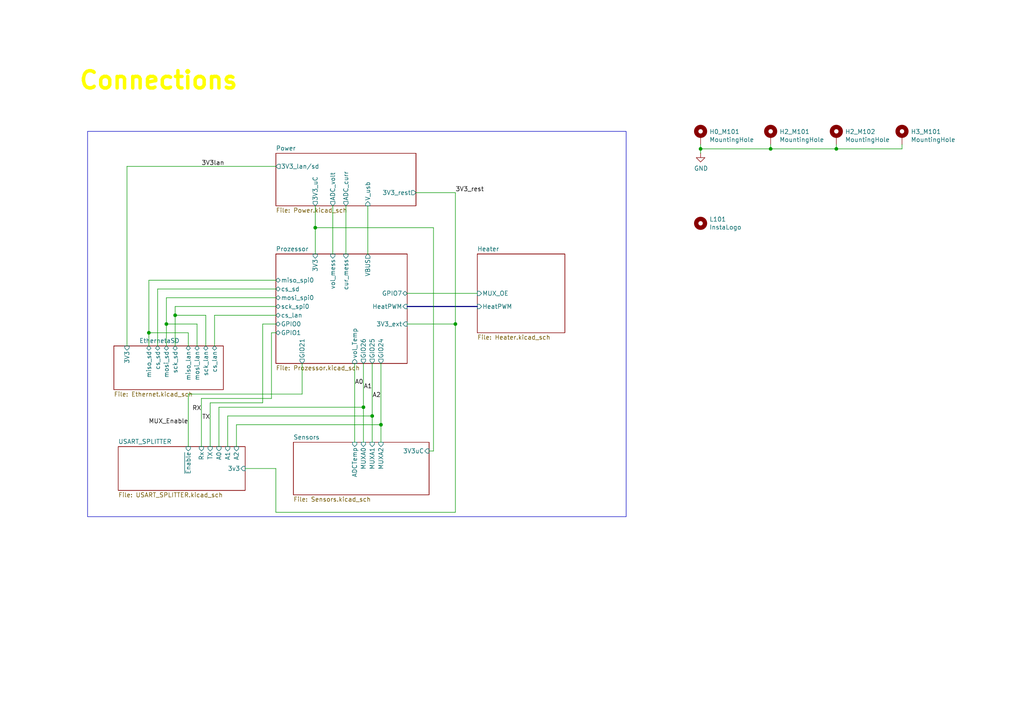
<source format=kicad_sch>
(kicad_sch (version 20231120) (generator "eeschema") (generator_version "8.0")
  (paper "A4")
  (lib_symbols
    (symbol "SymbolsBalloonv4:GND" (power) (pin_numbers hide) (pin_names (offset 0) hide)
      (property "Value" "GND" (at 0 -3.81 0))
      (symbol "GND_0_1"
        (polyline (pts (xy 0 0) (xy 0 -1.27) (xy 1.27 -1.27) (xy 0 -2.54) (xy -1.27 -1.27) (xy 0 -1.27)))
      )
      (symbol "GND_1_1"
        (pin power_in line (at 0 0 270) (length 0) (name "~") (number "1"))
      )
    )
    (symbol "SymbolsBalloonv4:MountingHole" (pin_names (offset 1.016))
      (property "Reference" "H" (at 0 5.08 0))
      (property "Value" "MountingHole" (at 0 3.175 0))
      (symbol "MountingHole_0_1"
        (circle (center 0 0) (radius 1.27) (stroke (width 1.27)))
      )
    )
    (symbol "SymbolsBalloonv4:MountingHole_Pad" (pin_numbers hide) (pin_names (offset 1.016) hide)
      (property "Reference" "H" (at 0 6.35 0))
      (property "Value" "MountingHole_Pad" (at 0 4.445 0))
      (symbol "MountingHole_Pad_0_1"
        (circle (center 0 1.27) (radius 1.27) (stroke (width 1.27)))
      )
      (symbol "MountingHole_Pad_1_1"
        (pin input line (at 0 -2.54 90) (length 2.54) (name "1") (number "1"))
      )
    )
  )
  (junction (at 43.18 96.52))
  (junction (at 105.41 118.11))
  (junction (at 48.26 93.98))
  (junction (at 242.57 43.18))
  (junction (at 91.44 66.04))
  (junction (at 107.95 120.65))
  (junction (at 50.8 91.44))
  (junction (at 132.08 93.98))
  (junction (at 110.49 123.19))
  (junction (at 203.2 43.18))
  (junction (at 223.52 43.18))
  (wire (pts (xy 48.26 86.36) (xy 80.01 86.36)))
  (wire (pts (xy 223.52 43.18) (xy 223.52 41.91)))
  (wire (pts (xy 48.26 93.98) (xy 57.15 93.98)))
  (wire (pts (xy 100.33 59.69) (xy 100.33 73.66)))
  (wire (pts (xy 76.2 93.98) (xy 76.2 116.84)))
  (wire (pts (xy 110.49 105.41) (xy 110.49 123.19)))
  (wire (pts (xy 96.52 59.69) (xy 96.52 73.66)))
  (wire (pts (xy 203.2 43.18) (xy 203.2 41.91)))
  (wire (pts (xy 80.01 96.52) (xy 78.74 96.52)))
  (wire (pts (xy 110.49 123.19) (xy 110.49 128.27)))
  (wire (pts (xy 50.8 88.9) (xy 80.01 88.9)))
  (wire (pts (xy 62.23 91.44) (xy 80.01 91.44)))
  (wire (pts (xy 125.73 130.81) (xy 125.73 66.04)))
  (wire (pts (xy 43.18 81.28) (xy 43.18 96.52)))
  (wire (pts (xy 71.12 135.89) (xy 80.01 135.89)))
  (wire (pts (xy 203.2 43.18) (xy 223.52 43.18)))
  (wire (pts (xy 261.62 43.18) (xy 261.62 41.91)))
  (wire (pts (xy 203.2 44.45) (xy 203.2 43.18)))
  (wire (pts (xy 63.5 118.11) (xy 105.41 118.11)))
  (wire (pts (xy 242.57 43.18) (xy 261.62 43.18)))
  (wire (pts (xy 242.57 43.18) (xy 242.57 41.91)))
  (wire (pts (xy 50.8 88.9) (xy 50.8 91.44)))
  (wire (pts (xy 120.65 55.88) (xy 132.08 55.88)))
  (wire (pts (xy 58.42 115.57) (xy 58.42 129.54)))
  (wire (pts (xy 54.61 100.33) (xy 54.61 96.52)))
  (wire (pts (xy 68.58 123.19) (xy 110.49 123.19)))
  (wire (pts (xy 223.52 43.18) (xy 242.57 43.18)))
  (wire (pts (xy 80.01 148.59) (xy 132.08 148.59)))
  (wire (pts (xy 102.87 105.41) (xy 102.87 128.27)))
  (wire (pts (xy 45.72 83.82) (xy 80.01 83.82)))
  (wire (pts (xy 36.83 48.26) (xy 36.83 100.33)))
  (wire (pts (xy 91.44 66.04) (xy 91.44 73.66)))
  (wire (pts (xy 58.42 115.57) (xy 78.74 115.57)))
  (wire (pts (xy 87.63 114.3) (xy 87.63 105.41)))
  (wire (pts (xy 78.74 96.52) (xy 78.74 115.57)))
  (wire (pts (xy 62.23 100.33) (xy 62.23 91.44)))
  (wire (pts (xy 54.61 96.52) (xy 43.18 96.52)))
  (wire (pts (xy 60.96 116.84) (xy 60.96 129.54)))
  (wire (pts (xy 124.46 130.81) (xy 125.73 130.81)))
  (wire (pts (xy 59.69 100.33) (xy 59.69 91.44)))
  (wire (pts (xy 125.73 66.04) (xy 91.44 66.04)))
  (wire (pts (xy 59.69 91.44) (xy 50.8 91.44)))
  (wire (pts (xy 66.04 120.65) (xy 107.95 120.65)))
  (wire (pts (xy 43.18 96.52) (xy 43.18 100.33)))
  (wire (pts (xy 63.5 118.11) (xy 63.5 129.54)))
  (bus (pts (xy 118.11 88.9) (xy 138.43 88.9)))
  (wire (pts (xy 118.11 93.98) (xy 132.08 93.98)))
  (wire (pts (xy 50.8 91.44) (xy 50.8 100.33)))
  (wire (pts (xy 118.11 85.09) (xy 138.43 85.09)))
  (wire (pts (xy 48.26 100.33) (xy 48.26 93.98)))
  (wire (pts (xy 54.61 114.3) (xy 87.63 114.3)))
  (wire (pts (xy 132.08 93.98) (xy 132.08 148.59)))
  (wire (pts (xy 106.68 59.69) (xy 106.68 73.66)))
  (wire (pts (xy 66.04 129.54) (xy 66.04 120.65)))
  (wire (pts (xy 57.15 100.33) (xy 57.15 93.98)))
  (wire (pts (xy 132.08 55.88) (xy 132.08 93.98)))
  (wire (pts (xy 68.58 123.19) (xy 68.58 129.54)))
  (wire (pts (xy 54.61 129.54) (xy 54.61 114.3)))
  (wire (pts (xy 48.26 93.98) (xy 48.26 86.36)))
  (wire (pts (xy 60.96 116.84) (xy 76.2 116.84)))
  (wire (pts (xy 91.44 59.69) (xy 91.44 66.04)))
  (wire (pts (xy 45.72 83.82) (xy 45.72 100.33)))
  (wire (pts (xy 43.18 81.28) (xy 80.01 81.28)))
  (wire (pts (xy 107.95 120.65) (xy 107.95 128.27)))
  (wire (pts (xy 105.41 118.11) (xy 105.41 128.27)))
  (wire (pts (xy 80.01 93.98) (xy 76.2 93.98)))
  (wire (pts (xy 107.95 105.41) (xy 107.95 120.65)))
  (wire (pts (xy 80.01 135.89) (xy 80.01 148.59)))
  (wire (pts (xy 36.83 48.26) (xy 80.01 48.26)))
  (wire (pts (xy 105.41 105.41) (xy 105.41 118.11)))
  (rectangle (start 25.4 38.1) (end 181.61 149.86))
  (text "optional Upgrades\n- USB-PD\n- replace LDOs with low noise buck converter\n- Rshunt betwenn +VCC and 3V3 Opamp, \n  Ground unused Opamp Inputs,\n  extra opamp LDO\n" (at 185.42 98.298 0) (effects (font (size 2 2)) (justify left top)))
  (text "Bekannte Designfehler\n- keine seperate Analog/HF Groundplanes\n- no ESD Protection" (at 185.674 77.724 0) (effects (font (size 2 2)) (justify left top)))
  (text "Connections" (at 22.606 26.416 0) (effects (font (size 5 5) (thickness 1) (bold yes)) (justify left bottom)))
  (label "MUX_Enable" (at 54.61 123.19 180))
  (label "TX" (at 60.96 121.912 180))
  (label "RX" (at 58.42 119.38 180))
  (label "3V3lan" (at 58.42 48.26 0))
  (label "A0" (at 105.41 111.76 180))
  (label "3V3_rest" (at 132.08 55.88 0))
  (label "A1" (at 107.95 113.03 180))
  (label "A2" (at 110.49 115.57 180))
  (symbol (lib_id "SymbolsBalloonv4:MountingHole_Pad") (at 261.62 39.37 0) (unit 1)
    (property "Reference" "H3_M101" (at 264.16 38.2016 0) (effects (justify left)))
    (property "Value" "MountingHole" (at 264.16 40.513 0) (effects (justify left)))
    (property "Footprint" "MountingHole:MountingHole_3.2mm_M3_Pad_Via" (effects (hide yes)))
    (property "Description" "Mounting Hole with connection" (effects (hide yes)))
  )
  (symbol (lib_id "SymbolsBalloonv4:MountingHole") (at 203.2 64.77 0) (unit 1) (in_bom no)
    (property "Reference" "L101" (at 205.74 63.6016 0) (effects (justify left)))
    (property "Value" "InstaLogo" (at 205.74 65.913 0) (effects (justify left)))
    (property "Footprint" "SamacSys_Parts:insta" (effects (hide yes)))
    (property "Description" "Mounting Hole without connection" (effects (hide yes)))
  )
  (symbol (lib_id "SymbolsBalloonv4:MountingHole_Pad") (at 242.57 39.37 0) (unit 1)
    (property "Reference" "H2_M102" (at 245.11 38.2016 0) (effects (justify left)))
    (property "Value" "MountingHole" (at 245.11 40.513 0) (effects (justify left)))
    (property "Footprint" "MountingHole:MountingHole_3.2mm_M3_Pad_Via" (effects (hide yes)))
    (property "Description" "Mounting Hole with connection" (effects (hide yes)))
  )
  (symbol (lib_id "SymbolsBalloonv4:MountingHole_Pad") (at 203.2 39.37 0) (unit 1)
    (property "Reference" "H0_M101" (at 205.74 38.2016 0) (effects (justify left)))
    (property "Value" "MountingHole" (at 205.74 40.513 0) (effects (justify left)))
    (property "Footprint" "MountingHole:MountingHole_3.2mm_M3_Pad_Via" (effects (hide yes)))
    (property "Description" "Mounting Hole with connection" (effects (hide yes)))
  )
  (symbol (lib_id "SymbolsBalloonv4:MountingHole_Pad") (at 223.52 39.37 0) (unit 1)
    (property "Reference" "H2_M101" (at 226.06 38.2016 0) (effects (justify left)))
    (property "Value" "MountingHole" (at 226.06 40.513 0) (effects (justify left)))
    (property "Footprint" "MountingHole:MountingHole_3.2mm_M3_Pad_Via" (effects (hide yes)))
    (property "Description" "Mounting Hole with connection" (effects (hide yes)))
  )
  (symbol (lib_id "SymbolsBalloonv4:GND") (at 203.2 44.45 0) (unit 1)
    (property "Reference" "#PWR0101" (effects (hide yes)))
    (property "Value" "GND" (at 203.327 48.8442 0))
    (property "Description" "Power symbol creates a global label with name \"GND\" , ground" (effects (hide yes)))
  )
  (sheet (at 80.01 44.45) (size 40.64 15.24) (stroke (width 0.1524))
    (property "Sheetname" "Power" (at 80.01 43.7384 0) (effects (justify left bottom)))
    (property "Sheetfile" "Power.kicad_sch" (at 80.01 60.2746 0) (effects (justify left top)))
    (pin "3V3_uC" output (at 91.44 59.69 270))
    (pin "V_usb" input (at 106.68 59.69 270))
    (pin "ADC_curr" output (at 100.33 59.69 270))
    (pin "ADC_volt" output (at 96.52 59.69 270))
    (pin "3V3_lan{slash}sd" output (at 80.01 48.26 180))
    (pin "3V3_rest" output (at 120.65 55.88 0))
  )
  (sheet (at 80.01 73.66) (size 38.1 31.75) (stroke (width 0.1524))
    (property "Sheetname" "Prozessor" (at 80.01 72.9484 0) (effects (justify left bottom)))
    (property "Sheetfile" "Prozessor.kicad_sch" (at 80.01 105.9946 0) (effects (justify left top)))
    (pin "vol_mess" input (at 96.52 73.66 90))
    (pin "cur_mess" input (at 100.33 73.66 90))
    (pin "3V3" input (at 91.44 73.66 90))
    (pin "VBUS" output (at 106.68 73.66 90))
    (pin "vol_Temp" input (at 102.87 105.41 270))
    (pin "3V3_ext" input (at 118.11 93.98 0))
    (pin "HeatPWM" input (at 118.11 88.9 0))
    (pin "sck_spi0" bidirectional (at 80.01 88.9 180))
    (pin "mosi_spi0" bidirectional (at 80.01 86.36 180))
    (pin "cs_sd" bidirectional (at 80.01 83.82 180))
    (pin "miso_spi0" bidirectional (at 80.01 81.28 180))
    (pin "cs_lan" bidirectional (at 80.01 91.44 180))
    (pin "GIO26" output (at 105.41 105.41 270))
    (pin "GIO25" output (at 107.95 105.41 270))
    (pin "GIO24" output (at 110.49 105.41 270))
    (pin "GIO21" output (at 87.63 105.41 270))
    (pin "GPIO0" bidirectional (at 80.01 93.98 180))
    (pin "GPIO1" bidirectional (at 80.01 96.52 180))
    (pin "GPIO7" bidirectional (at 118.11 85.09 0))
  )
  (sheet (at 85.09 128.27) (size 39.37 15.24) (stroke (width 0.1524))
    (property "Sheetname" "Sensors" (at 85.09 127.5584 0) (effects (justify left bottom)))
    (property "Sheetfile" "Sensors.kicad_sch" (at 85.09 144.0946 0) (effects (justify left top)))
    (pin "MUXA0" input (at 105.41 128.27 90))
    (pin "MUXA1" input (at 107.95 128.27 90))
    (pin "MUXA2" input (at 110.49 128.27 90))
    (pin "ADCTemp" input (at 102.87 128.27 90))
    (pin "3V3uC" input (at 124.46 130.81 0))
  )
  (sheet (at 34.29 129.54) (size 36.83 12.7) (stroke (width 0.1524))
    (property "Sheetname" "USART_SPLITTER" (at 34.29 128.8284 0) (effects (justify left bottom)))
    (property "Sheetfile" "USART_SPLITTER.kicad_sch" (at 34.29 142.8246 0) (effects (justify left top)))
    (pin "A2" input (at 68.58 129.54 90))
    (pin "A0" input (at 63.5 129.54 90))
    (pin "TX" input (at 60.96 129.54 90))
    (pin "A1" input (at 66.04 129.54 90))
    (pin "Rx" input (at 58.42 129.54 90))
    (pin "~{Enable}" input (at 54.61 129.54 90))
    (pin "3v3" input (at 71.12 135.89 0))
  )
  (sheet (at 33.02 100.33) (size 31.75 12.7) (stroke (width 0.1524))
    (property "Sheetname" "EthernetaSD" (at 40.386 99.568 0) (effects (justify left bottom)))
    (property "Sheetfile" "Ethernet.kicad_sch" (at 33.02 113.6146 0) (effects (justify left top)))
    (pin "3V3" input (at 36.83 100.33 90))
    (pin "sck_sd" bidirectional (at 50.8 100.33 90))
    (pin "mosi_sd" bidirectional (at 48.26 100.33 90))
    (pin "cs_sd" bidirectional (at 45.72 100.33 90))
    (pin "miso_sd" bidirectional (at 43.18 100.33 90))
    (pin "miso_lan" bidirectional (at 54.61 100.33 90))
    (pin "sck_lan" bidirectional (at 59.69 100.33 90))
    (pin "mosi_lan" bidirectional (at 57.15 100.33 90))
    (pin "cs_lan" bidirectional (at 62.23 100.33 90))
  )
  (sheet (at 138.43 73.66) (size 25.4 22.86) (stroke (width 0.1524))
    (property "Sheetname" "Heater" (at 138.43 72.9484 0) (effects (justify left bottom)))
    (property "Sheetfile" "Heater.kicad_sch" (at 138.43 97.1046 0) (effects (justify left top)))
    (pin "HeatPWM" input (at 138.43 88.9 180))
    (pin "MUX_OE" input (at 138.43 85.09 180))
  )
)
</source>
